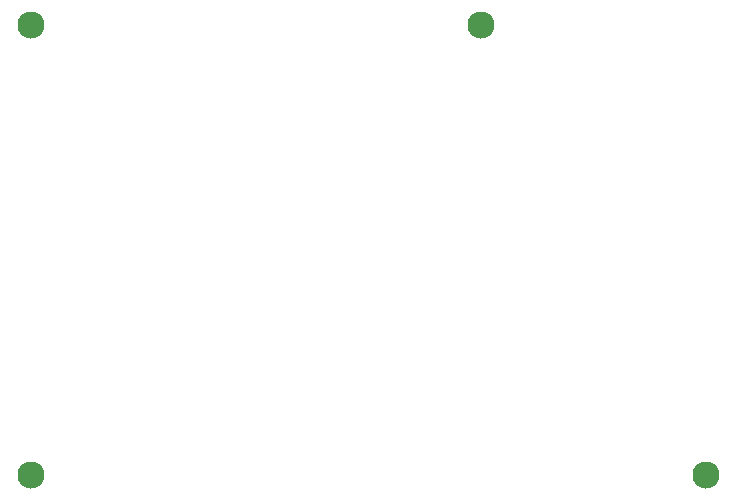
<source format=gts>
G04 #@! TF.GenerationSoftware,KiCad,Pcbnew,(5.1.10)-1*
G04 #@! TF.CreationDate,2021-09-11T20:09:11+09:00*
G04 #@! TF.ProjectId,cc_proto_top,63635f70-726f-4746-9f5f-746f702e6b69,rev?*
G04 #@! TF.SameCoordinates,Original*
G04 #@! TF.FileFunction,Soldermask,Top*
G04 #@! TF.FilePolarity,Negative*
%FSLAX46Y46*%
G04 Gerber Fmt 4.6, Leading zero omitted, Abs format (unit mm)*
G04 Created by KiCad (PCBNEW (5.1.10)-1) date 2021-09-11 20:09:11*
%MOMM*%
%LPD*%
G01*
G04 APERTURE LIST*
%ADD10C,2.300000*%
G04 APERTURE END LIST*
D10*
X115074500Y-80474600D03*
X153174500Y-80474600D03*
X115074500Y-118574600D03*
X172224500Y-118574600D03*
M02*

</source>
